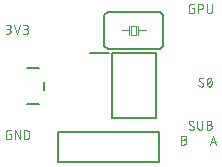
<source format=gbr>
G04 EAGLE Gerber RS-274X export*
G75*
%MOMM*%
%FSLAX34Y34*%
%LPD*%
%INSilkscreen Top*%
%IPPOS*%
%AMOC8*
5,1,8,0,0,1.08239X$1,22.5*%
G01*
%ADD10C,0.050800*%
%ADD11C,0.203200*%
%ADD12C,0.127000*%
%ADD13C,0.063500*%
%ADD14C,0.152400*%


D10*
X6504Y113376D02*
X8621Y113376D01*
X8712Y113378D01*
X8803Y113384D01*
X8894Y113394D01*
X8984Y113407D01*
X9073Y113425D01*
X9162Y113446D01*
X9249Y113471D01*
X9336Y113500D01*
X9421Y113533D01*
X9504Y113569D01*
X9586Y113609D01*
X9666Y113652D01*
X9745Y113699D01*
X9821Y113749D01*
X9895Y113802D01*
X9966Y113858D01*
X10035Y113918D01*
X10102Y113980D01*
X10165Y114045D01*
X10226Y114113D01*
X10284Y114183D01*
X10339Y114256D01*
X10391Y114331D01*
X10439Y114408D01*
X10484Y114488D01*
X10526Y114569D01*
X10564Y114651D01*
X10598Y114736D01*
X10629Y114822D01*
X10656Y114909D01*
X10679Y114997D01*
X10698Y115086D01*
X10714Y115175D01*
X10726Y115266D01*
X10734Y115356D01*
X10738Y115447D01*
X10738Y115539D01*
X10734Y115630D01*
X10726Y115720D01*
X10714Y115811D01*
X10698Y115900D01*
X10679Y115989D01*
X10656Y116077D01*
X10629Y116164D01*
X10598Y116250D01*
X10564Y116335D01*
X10526Y116417D01*
X10484Y116498D01*
X10439Y116578D01*
X10391Y116655D01*
X10339Y116730D01*
X10284Y116803D01*
X10226Y116873D01*
X10165Y116941D01*
X10102Y117006D01*
X10035Y117068D01*
X9966Y117128D01*
X9895Y117184D01*
X9821Y117237D01*
X9745Y117287D01*
X9666Y117334D01*
X9586Y117377D01*
X9504Y117417D01*
X9421Y117453D01*
X9336Y117486D01*
X9249Y117515D01*
X9162Y117540D01*
X9073Y117561D01*
X8984Y117579D01*
X8894Y117592D01*
X8803Y117602D01*
X8712Y117608D01*
X8621Y117610D01*
X9044Y120996D02*
X6504Y120996D01*
X9044Y120996D02*
X9125Y120994D01*
X9205Y120988D01*
X9285Y120979D01*
X9364Y120965D01*
X9443Y120948D01*
X9521Y120927D01*
X9598Y120903D01*
X9673Y120875D01*
X9747Y120843D01*
X9820Y120808D01*
X9890Y120769D01*
X9959Y120727D01*
X10026Y120682D01*
X10091Y120634D01*
X10153Y120582D01*
X10212Y120528D01*
X10269Y120471D01*
X10323Y120412D01*
X10375Y120350D01*
X10423Y120285D01*
X10468Y120218D01*
X10510Y120150D01*
X10549Y120079D01*
X10584Y120006D01*
X10616Y119932D01*
X10644Y119857D01*
X10668Y119780D01*
X10689Y119702D01*
X10706Y119623D01*
X10720Y119544D01*
X10729Y119464D01*
X10735Y119384D01*
X10737Y119303D01*
X10735Y119222D01*
X10729Y119142D01*
X10720Y119062D01*
X10706Y118983D01*
X10689Y118904D01*
X10668Y118826D01*
X10644Y118749D01*
X10616Y118674D01*
X10584Y118600D01*
X10549Y118527D01*
X10510Y118457D01*
X10468Y118388D01*
X10423Y118321D01*
X10375Y118256D01*
X10323Y118194D01*
X10269Y118135D01*
X10212Y118078D01*
X10153Y118024D01*
X10091Y117972D01*
X10026Y117924D01*
X9959Y117879D01*
X9891Y117837D01*
X9820Y117798D01*
X9747Y117763D01*
X9673Y117731D01*
X9598Y117703D01*
X9521Y117679D01*
X9443Y117658D01*
X9364Y117641D01*
X9285Y117627D01*
X9205Y117618D01*
X9125Y117612D01*
X9044Y117610D01*
X9044Y117609D02*
X7351Y117609D01*
X13396Y120996D02*
X15936Y113376D01*
X18476Y120996D01*
X21134Y113376D02*
X23251Y113376D01*
X23342Y113378D01*
X23433Y113384D01*
X23524Y113394D01*
X23614Y113407D01*
X23703Y113425D01*
X23792Y113446D01*
X23879Y113471D01*
X23966Y113500D01*
X24051Y113533D01*
X24134Y113569D01*
X24216Y113609D01*
X24296Y113652D01*
X24375Y113699D01*
X24451Y113749D01*
X24525Y113802D01*
X24596Y113858D01*
X24665Y113918D01*
X24732Y113980D01*
X24795Y114045D01*
X24856Y114113D01*
X24914Y114183D01*
X24969Y114256D01*
X25021Y114331D01*
X25069Y114408D01*
X25114Y114488D01*
X25156Y114569D01*
X25194Y114651D01*
X25228Y114736D01*
X25259Y114822D01*
X25286Y114909D01*
X25309Y114997D01*
X25328Y115086D01*
X25344Y115175D01*
X25356Y115266D01*
X25364Y115356D01*
X25368Y115447D01*
X25368Y115539D01*
X25364Y115630D01*
X25356Y115720D01*
X25344Y115811D01*
X25328Y115900D01*
X25309Y115989D01*
X25286Y116077D01*
X25259Y116164D01*
X25228Y116250D01*
X25194Y116335D01*
X25156Y116417D01*
X25114Y116498D01*
X25069Y116578D01*
X25021Y116655D01*
X24969Y116730D01*
X24914Y116803D01*
X24856Y116873D01*
X24795Y116941D01*
X24732Y117006D01*
X24665Y117068D01*
X24596Y117128D01*
X24525Y117184D01*
X24451Y117237D01*
X24375Y117287D01*
X24296Y117334D01*
X24216Y117377D01*
X24134Y117417D01*
X24051Y117453D01*
X23966Y117486D01*
X23879Y117515D01*
X23792Y117540D01*
X23703Y117561D01*
X23614Y117579D01*
X23524Y117592D01*
X23433Y117602D01*
X23342Y117608D01*
X23251Y117610D01*
X23674Y120996D02*
X21134Y120996D01*
X23674Y120996D02*
X23755Y120994D01*
X23835Y120988D01*
X23915Y120979D01*
X23994Y120965D01*
X24073Y120948D01*
X24151Y120927D01*
X24228Y120903D01*
X24303Y120875D01*
X24377Y120843D01*
X24450Y120808D01*
X24520Y120769D01*
X24589Y120727D01*
X24656Y120682D01*
X24721Y120634D01*
X24783Y120582D01*
X24842Y120528D01*
X24899Y120471D01*
X24953Y120412D01*
X25005Y120350D01*
X25053Y120285D01*
X25098Y120218D01*
X25140Y120150D01*
X25179Y120079D01*
X25214Y120006D01*
X25246Y119932D01*
X25274Y119857D01*
X25298Y119780D01*
X25319Y119702D01*
X25336Y119623D01*
X25350Y119544D01*
X25359Y119464D01*
X25365Y119384D01*
X25367Y119303D01*
X25365Y119222D01*
X25359Y119142D01*
X25350Y119062D01*
X25336Y118983D01*
X25319Y118904D01*
X25298Y118826D01*
X25274Y118749D01*
X25246Y118674D01*
X25214Y118600D01*
X25179Y118527D01*
X25140Y118457D01*
X25098Y118388D01*
X25053Y118321D01*
X25005Y118256D01*
X24953Y118194D01*
X24899Y118135D01*
X24842Y118078D01*
X24783Y118024D01*
X24721Y117972D01*
X24656Y117924D01*
X24589Y117879D01*
X24521Y117837D01*
X24450Y117798D01*
X24377Y117763D01*
X24303Y117731D01*
X24228Y117703D01*
X24151Y117679D01*
X24073Y117658D01*
X23994Y117641D01*
X23915Y117627D01*
X23835Y117618D01*
X23755Y117612D01*
X23674Y117610D01*
X23674Y117609D02*
X21981Y117609D01*
X10737Y28237D02*
X9467Y28237D01*
X10737Y28237D02*
X10737Y24004D01*
X8197Y24004D01*
X8116Y24006D01*
X8036Y24012D01*
X7956Y24021D01*
X7877Y24035D01*
X7798Y24052D01*
X7720Y24073D01*
X7643Y24097D01*
X7568Y24125D01*
X7494Y24157D01*
X7421Y24192D01*
X7350Y24231D01*
X7282Y24273D01*
X7215Y24318D01*
X7150Y24366D01*
X7088Y24418D01*
X7029Y24472D01*
X6972Y24529D01*
X6918Y24588D01*
X6866Y24650D01*
X6818Y24715D01*
X6773Y24782D01*
X6731Y24851D01*
X6692Y24921D01*
X6657Y24994D01*
X6625Y25068D01*
X6597Y25143D01*
X6573Y25220D01*
X6552Y25298D01*
X6535Y25377D01*
X6521Y25456D01*
X6512Y25536D01*
X6506Y25616D01*
X6504Y25697D01*
X6504Y29931D01*
X6506Y30012D01*
X6512Y30092D01*
X6521Y30172D01*
X6535Y30251D01*
X6552Y30330D01*
X6573Y30408D01*
X6597Y30485D01*
X6625Y30560D01*
X6657Y30634D01*
X6692Y30707D01*
X6731Y30777D01*
X6773Y30846D01*
X6818Y30913D01*
X6866Y30978D01*
X6918Y31040D01*
X6972Y31099D01*
X7029Y31156D01*
X7088Y31210D01*
X7150Y31262D01*
X7215Y31310D01*
X7282Y31355D01*
X7350Y31397D01*
X7421Y31436D01*
X7494Y31471D01*
X7568Y31503D01*
X7643Y31531D01*
X7720Y31555D01*
X7798Y31576D01*
X7877Y31593D01*
X7956Y31607D01*
X8036Y31616D01*
X8116Y31622D01*
X8197Y31624D01*
X10737Y31624D01*
X14307Y31624D02*
X14307Y24004D01*
X18540Y24004D02*
X14307Y31624D01*
X18540Y31624D02*
X18540Y24004D01*
X22110Y24004D02*
X22110Y31624D01*
X24226Y31624D01*
X24316Y31622D01*
X24406Y31616D01*
X24495Y31607D01*
X24584Y31594D01*
X24672Y31576D01*
X24759Y31556D01*
X24846Y31531D01*
X24931Y31503D01*
X25015Y31471D01*
X25098Y31436D01*
X25179Y31397D01*
X25258Y31355D01*
X25336Y31310D01*
X25411Y31261D01*
X25485Y31209D01*
X25556Y31154D01*
X25625Y31096D01*
X25691Y31035D01*
X25754Y30972D01*
X25815Y30906D01*
X25873Y30837D01*
X25928Y30766D01*
X25980Y30692D01*
X26029Y30617D01*
X26074Y30539D01*
X26116Y30460D01*
X26155Y30379D01*
X26190Y30296D01*
X26222Y30212D01*
X26250Y30127D01*
X26275Y30040D01*
X26295Y29953D01*
X26313Y29865D01*
X26326Y29776D01*
X26335Y29687D01*
X26341Y29597D01*
X26343Y29507D01*
X26343Y26121D01*
X26341Y26031D01*
X26335Y25941D01*
X26326Y25852D01*
X26313Y25763D01*
X26295Y25675D01*
X26275Y25588D01*
X26250Y25501D01*
X26222Y25416D01*
X26190Y25332D01*
X26155Y25249D01*
X26116Y25168D01*
X26074Y25089D01*
X26029Y25011D01*
X25980Y24936D01*
X25928Y24862D01*
X25873Y24791D01*
X25815Y24722D01*
X25754Y24656D01*
X25691Y24593D01*
X25625Y24532D01*
X25556Y24474D01*
X25485Y24419D01*
X25411Y24367D01*
X25336Y24318D01*
X25258Y24273D01*
X25179Y24231D01*
X25098Y24192D01*
X25015Y24157D01*
X24931Y24125D01*
X24846Y24097D01*
X24759Y24072D01*
X24672Y24052D01*
X24584Y24034D01*
X24495Y24021D01*
X24406Y24012D01*
X24316Y24006D01*
X24226Y24004D01*
X22110Y24004D01*
X172231Y68690D02*
X172312Y68692D01*
X172392Y68698D01*
X172472Y68707D01*
X172551Y68721D01*
X172630Y68738D01*
X172708Y68759D01*
X172785Y68783D01*
X172860Y68811D01*
X172934Y68843D01*
X173007Y68878D01*
X173078Y68917D01*
X173146Y68959D01*
X173213Y69004D01*
X173278Y69052D01*
X173340Y69104D01*
X173399Y69158D01*
X173456Y69215D01*
X173510Y69274D01*
X173562Y69336D01*
X173610Y69401D01*
X173655Y69468D01*
X173697Y69537D01*
X173736Y69607D01*
X173771Y69680D01*
X173803Y69754D01*
X173831Y69829D01*
X173855Y69906D01*
X173876Y69984D01*
X173893Y70063D01*
X173907Y70142D01*
X173916Y70222D01*
X173922Y70302D01*
X173924Y70383D01*
X172231Y68690D02*
X172113Y68692D01*
X171996Y68698D01*
X171879Y68707D01*
X171762Y68721D01*
X171645Y68738D01*
X171530Y68759D01*
X171415Y68784D01*
X171300Y68813D01*
X171187Y68846D01*
X171075Y68882D01*
X170965Y68922D01*
X170855Y68965D01*
X170747Y69012D01*
X170641Y69063D01*
X170537Y69117D01*
X170434Y69174D01*
X170333Y69235D01*
X170234Y69299D01*
X170138Y69366D01*
X170044Y69437D01*
X169952Y69510D01*
X169862Y69587D01*
X169775Y69666D01*
X169691Y69748D01*
X169903Y74617D02*
X169905Y74698D01*
X169911Y74778D01*
X169920Y74858D01*
X169934Y74937D01*
X169951Y75016D01*
X169972Y75094D01*
X169996Y75171D01*
X170024Y75246D01*
X170056Y75320D01*
X170091Y75393D01*
X170130Y75464D01*
X170172Y75532D01*
X170217Y75599D01*
X170265Y75664D01*
X170317Y75726D01*
X170371Y75785D01*
X170428Y75842D01*
X170487Y75896D01*
X170549Y75948D01*
X170614Y75996D01*
X170681Y76041D01*
X170750Y76083D01*
X170820Y76122D01*
X170893Y76157D01*
X170967Y76189D01*
X171042Y76217D01*
X171119Y76241D01*
X171197Y76262D01*
X171276Y76279D01*
X171355Y76293D01*
X171435Y76302D01*
X171515Y76308D01*
X171596Y76310D01*
X171704Y76308D01*
X171811Y76303D01*
X171918Y76294D01*
X172025Y76281D01*
X172131Y76265D01*
X172237Y76245D01*
X172342Y76221D01*
X172446Y76194D01*
X172549Y76164D01*
X172651Y76130D01*
X172752Y76092D01*
X172851Y76051D01*
X172949Y76007D01*
X173046Y75960D01*
X173140Y75909D01*
X173234Y75855D01*
X173325Y75798D01*
X173414Y75738D01*
X173501Y75675D01*
X170750Y73135D02*
X170681Y73178D01*
X170614Y73224D01*
X170549Y73273D01*
X170487Y73325D01*
X170428Y73380D01*
X170371Y73438D01*
X170316Y73499D01*
X170265Y73561D01*
X170217Y73627D01*
X170172Y73694D01*
X170130Y73764D01*
X170091Y73835D01*
X170056Y73908D01*
X170024Y73983D01*
X169996Y74059D01*
X169971Y74136D01*
X169951Y74215D01*
X169934Y74294D01*
X169920Y74374D01*
X169911Y74455D01*
X169905Y74536D01*
X169903Y74617D01*
X173078Y71865D02*
X173147Y71822D01*
X173214Y71776D01*
X173279Y71727D01*
X173341Y71675D01*
X173400Y71620D01*
X173458Y71562D01*
X173512Y71501D01*
X173563Y71439D01*
X173611Y71373D01*
X173656Y71306D01*
X173698Y71236D01*
X173737Y71165D01*
X173772Y71092D01*
X173804Y71017D01*
X173832Y70941D01*
X173857Y70864D01*
X173877Y70785D01*
X173894Y70706D01*
X173908Y70626D01*
X173917Y70545D01*
X173923Y70464D01*
X173925Y70383D01*
X173078Y71865D02*
X170750Y73135D01*
X176763Y72500D02*
X176765Y72658D01*
X176771Y72816D01*
X176781Y72974D01*
X176795Y73132D01*
X176813Y73289D01*
X176835Y73446D01*
X176860Y73602D01*
X176890Y73757D01*
X176924Y73912D01*
X176961Y74066D01*
X177003Y74218D01*
X177048Y74370D01*
X177097Y74520D01*
X177150Y74670D01*
X177206Y74817D01*
X177267Y74964D01*
X177330Y75108D01*
X177398Y75252D01*
X177425Y75325D01*
X177455Y75396D01*
X177489Y75466D01*
X177527Y75534D01*
X177568Y75600D01*
X177612Y75664D01*
X177659Y75726D01*
X177709Y75785D01*
X177762Y75842D01*
X177818Y75896D01*
X177877Y75947D01*
X177937Y75995D01*
X178001Y76040D01*
X178066Y76082D01*
X178133Y76121D01*
X178203Y76156D01*
X178274Y76188D01*
X178346Y76216D01*
X178420Y76241D01*
X178494Y76262D01*
X178570Y76279D01*
X178647Y76293D01*
X178724Y76302D01*
X178801Y76308D01*
X178879Y76310D01*
X178957Y76308D01*
X179034Y76302D01*
X179111Y76293D01*
X179188Y76279D01*
X179264Y76262D01*
X179338Y76241D01*
X179412Y76216D01*
X179484Y76188D01*
X179555Y76156D01*
X179625Y76121D01*
X179692Y76082D01*
X179757Y76040D01*
X179821Y75995D01*
X179881Y75947D01*
X179940Y75896D01*
X179996Y75842D01*
X180049Y75785D01*
X180099Y75726D01*
X180146Y75664D01*
X180190Y75600D01*
X180231Y75534D01*
X180269Y75466D01*
X180303Y75396D01*
X180333Y75325D01*
X180360Y75252D01*
X180361Y75252D02*
X180429Y75108D01*
X180492Y74964D01*
X180553Y74817D01*
X180609Y74670D01*
X180662Y74520D01*
X180711Y74370D01*
X180756Y74218D01*
X180798Y74066D01*
X180835Y73912D01*
X180869Y73757D01*
X180899Y73602D01*
X180924Y73446D01*
X180946Y73289D01*
X180964Y73132D01*
X180978Y72974D01*
X180988Y72816D01*
X180994Y72658D01*
X180996Y72500D01*
X176762Y72500D02*
X176764Y72342D01*
X176770Y72184D01*
X176780Y72026D01*
X176794Y71868D01*
X176812Y71711D01*
X176834Y71554D01*
X176859Y71398D01*
X176889Y71243D01*
X176923Y71088D01*
X176960Y70934D01*
X177002Y70781D01*
X177047Y70630D01*
X177096Y70479D01*
X177149Y70330D01*
X177205Y70182D01*
X177266Y70036D01*
X177330Y69891D01*
X177397Y69748D01*
X177398Y69748D02*
X177425Y69675D01*
X177455Y69604D01*
X177489Y69534D01*
X177527Y69466D01*
X177568Y69400D01*
X177612Y69336D01*
X177659Y69274D01*
X177709Y69215D01*
X177762Y69158D01*
X177818Y69104D01*
X177877Y69053D01*
X177937Y69005D01*
X178001Y68959D01*
X178066Y68918D01*
X178133Y68879D01*
X178203Y68844D01*
X178274Y68812D01*
X178346Y68784D01*
X178420Y68759D01*
X178494Y68738D01*
X178570Y68721D01*
X178647Y68707D01*
X178724Y68698D01*
X178801Y68692D01*
X178879Y68690D01*
X180361Y69748D02*
X180428Y69891D01*
X180492Y70036D01*
X180553Y70182D01*
X180609Y70330D01*
X180662Y70479D01*
X180711Y70630D01*
X180756Y70781D01*
X180798Y70934D01*
X180835Y71088D01*
X180869Y71243D01*
X180899Y71398D01*
X180924Y71554D01*
X180946Y71711D01*
X180964Y71868D01*
X180978Y72026D01*
X180988Y72184D01*
X180994Y72342D01*
X180996Y72500D01*
X180360Y69748D02*
X180333Y69675D01*
X180303Y69604D01*
X180269Y69534D01*
X180231Y69466D01*
X180190Y69400D01*
X180146Y69336D01*
X180099Y69274D01*
X180049Y69215D01*
X179996Y69158D01*
X179940Y69104D01*
X179881Y69053D01*
X179821Y69005D01*
X179757Y68960D01*
X179692Y68918D01*
X179625Y68879D01*
X179555Y68844D01*
X179484Y68812D01*
X179412Y68784D01*
X179338Y68759D01*
X179264Y68738D01*
X179188Y68721D01*
X179111Y68707D01*
X179034Y68698D01*
X178957Y68692D01*
X178879Y68690D01*
X177186Y70383D02*
X180573Y74617D01*
X165781Y33819D02*
X165779Y33738D01*
X165773Y33658D01*
X165764Y33578D01*
X165750Y33499D01*
X165733Y33420D01*
X165712Y33342D01*
X165688Y33265D01*
X165660Y33190D01*
X165628Y33116D01*
X165593Y33043D01*
X165554Y32973D01*
X165512Y32904D01*
X165467Y32837D01*
X165419Y32772D01*
X165367Y32710D01*
X165313Y32651D01*
X165256Y32594D01*
X165197Y32540D01*
X165135Y32488D01*
X165070Y32440D01*
X165003Y32395D01*
X164935Y32353D01*
X164864Y32314D01*
X164791Y32279D01*
X164717Y32247D01*
X164642Y32219D01*
X164565Y32195D01*
X164487Y32174D01*
X164408Y32157D01*
X164329Y32143D01*
X164249Y32134D01*
X164169Y32128D01*
X164088Y32126D01*
X163970Y32128D01*
X163853Y32134D01*
X163736Y32143D01*
X163619Y32157D01*
X163502Y32174D01*
X163387Y32195D01*
X163272Y32220D01*
X163157Y32249D01*
X163044Y32282D01*
X162932Y32318D01*
X162822Y32358D01*
X162712Y32401D01*
X162604Y32448D01*
X162498Y32499D01*
X162394Y32553D01*
X162291Y32610D01*
X162190Y32671D01*
X162091Y32735D01*
X161995Y32802D01*
X161901Y32873D01*
X161809Y32946D01*
X161719Y33023D01*
X161632Y33102D01*
X161548Y33184D01*
X161760Y38053D02*
X161762Y38134D01*
X161768Y38214D01*
X161777Y38294D01*
X161791Y38373D01*
X161808Y38452D01*
X161829Y38530D01*
X161853Y38607D01*
X161881Y38682D01*
X161913Y38756D01*
X161948Y38829D01*
X161987Y38900D01*
X162029Y38968D01*
X162074Y39035D01*
X162122Y39100D01*
X162174Y39162D01*
X162228Y39221D01*
X162285Y39278D01*
X162344Y39332D01*
X162406Y39384D01*
X162471Y39432D01*
X162538Y39477D01*
X162607Y39519D01*
X162677Y39558D01*
X162750Y39593D01*
X162824Y39625D01*
X162899Y39653D01*
X162976Y39677D01*
X163054Y39698D01*
X163133Y39715D01*
X163212Y39729D01*
X163292Y39738D01*
X163372Y39744D01*
X163453Y39746D01*
X163561Y39744D01*
X163668Y39739D01*
X163775Y39730D01*
X163882Y39717D01*
X163988Y39701D01*
X164094Y39681D01*
X164199Y39657D01*
X164303Y39630D01*
X164406Y39600D01*
X164508Y39566D01*
X164609Y39528D01*
X164708Y39487D01*
X164806Y39443D01*
X164903Y39396D01*
X164997Y39345D01*
X165091Y39291D01*
X165182Y39234D01*
X165271Y39174D01*
X165358Y39111D01*
X162607Y36571D02*
X162538Y36614D01*
X162471Y36660D01*
X162406Y36709D01*
X162344Y36761D01*
X162285Y36816D01*
X162228Y36874D01*
X162173Y36935D01*
X162122Y36997D01*
X162074Y37063D01*
X162029Y37130D01*
X161987Y37200D01*
X161948Y37271D01*
X161913Y37344D01*
X161881Y37419D01*
X161853Y37495D01*
X161828Y37572D01*
X161808Y37651D01*
X161791Y37730D01*
X161777Y37810D01*
X161768Y37891D01*
X161762Y37972D01*
X161760Y38053D01*
X164935Y35301D02*
X165004Y35258D01*
X165071Y35212D01*
X165136Y35163D01*
X165198Y35111D01*
X165257Y35056D01*
X165315Y34998D01*
X165369Y34937D01*
X165420Y34875D01*
X165468Y34809D01*
X165513Y34742D01*
X165555Y34672D01*
X165594Y34601D01*
X165629Y34528D01*
X165661Y34453D01*
X165689Y34377D01*
X165714Y34300D01*
X165734Y34221D01*
X165751Y34142D01*
X165765Y34062D01*
X165774Y33981D01*
X165780Y33900D01*
X165782Y33819D01*
X164935Y35301D02*
X162606Y36571D01*
X168863Y34243D02*
X168863Y39746D01*
X168863Y34243D02*
X168865Y34152D01*
X168871Y34061D01*
X168881Y33970D01*
X168894Y33880D01*
X168912Y33791D01*
X168933Y33702D01*
X168958Y33615D01*
X168987Y33528D01*
X169020Y33443D01*
X169056Y33360D01*
X169096Y33278D01*
X169139Y33198D01*
X169186Y33119D01*
X169236Y33043D01*
X169289Y32969D01*
X169345Y32898D01*
X169405Y32829D01*
X169467Y32762D01*
X169532Y32699D01*
X169600Y32638D01*
X169670Y32580D01*
X169743Y32525D01*
X169818Y32473D01*
X169895Y32425D01*
X169975Y32380D01*
X170056Y32338D01*
X170138Y32300D01*
X170223Y32266D01*
X170309Y32235D01*
X170396Y32208D01*
X170484Y32185D01*
X170573Y32166D01*
X170662Y32150D01*
X170753Y32138D01*
X170843Y32130D01*
X170934Y32126D01*
X171026Y32126D01*
X171117Y32130D01*
X171207Y32138D01*
X171298Y32150D01*
X171387Y32166D01*
X171476Y32185D01*
X171564Y32208D01*
X171651Y32235D01*
X171737Y32266D01*
X171822Y32300D01*
X171904Y32338D01*
X171985Y32380D01*
X172065Y32425D01*
X172142Y32473D01*
X172217Y32525D01*
X172290Y32580D01*
X172360Y32638D01*
X172428Y32699D01*
X172493Y32762D01*
X172555Y32829D01*
X172615Y32898D01*
X172671Y32969D01*
X172724Y33043D01*
X172774Y33119D01*
X172821Y33198D01*
X172864Y33278D01*
X172904Y33360D01*
X172940Y33443D01*
X172973Y33528D01*
X173002Y33615D01*
X173027Y33702D01*
X173048Y33791D01*
X173066Y33880D01*
X173079Y33970D01*
X173089Y34061D01*
X173095Y34152D01*
X173097Y34243D01*
X173097Y39746D01*
X176763Y36359D02*
X178879Y36359D01*
X178879Y36360D02*
X178970Y36358D01*
X179061Y36352D01*
X179152Y36342D01*
X179242Y36329D01*
X179331Y36311D01*
X179420Y36290D01*
X179507Y36265D01*
X179594Y36236D01*
X179679Y36203D01*
X179762Y36167D01*
X179844Y36127D01*
X179924Y36084D01*
X180003Y36037D01*
X180079Y35987D01*
X180153Y35934D01*
X180224Y35878D01*
X180293Y35818D01*
X180360Y35756D01*
X180423Y35691D01*
X180484Y35623D01*
X180542Y35553D01*
X180597Y35480D01*
X180649Y35405D01*
X180697Y35328D01*
X180742Y35248D01*
X180784Y35167D01*
X180822Y35085D01*
X180856Y35000D01*
X180887Y34914D01*
X180914Y34827D01*
X180937Y34739D01*
X180956Y34650D01*
X180972Y34561D01*
X180984Y34470D01*
X180992Y34380D01*
X180996Y34289D01*
X180996Y34197D01*
X180992Y34106D01*
X180984Y34016D01*
X180972Y33925D01*
X180956Y33836D01*
X180937Y33747D01*
X180914Y33659D01*
X180887Y33572D01*
X180856Y33486D01*
X180822Y33401D01*
X180784Y33319D01*
X180742Y33238D01*
X180697Y33158D01*
X180649Y33081D01*
X180597Y33006D01*
X180542Y32933D01*
X180484Y32863D01*
X180423Y32795D01*
X180360Y32730D01*
X180293Y32668D01*
X180224Y32608D01*
X180153Y32552D01*
X180079Y32499D01*
X180003Y32449D01*
X179924Y32402D01*
X179844Y32359D01*
X179762Y32319D01*
X179679Y32283D01*
X179594Y32250D01*
X179507Y32221D01*
X179420Y32196D01*
X179331Y32175D01*
X179242Y32157D01*
X179152Y32144D01*
X179061Y32134D01*
X178970Y32128D01*
X178879Y32126D01*
X176763Y32126D01*
X176763Y39746D01*
X178879Y39746D01*
X178960Y39744D01*
X179040Y39738D01*
X179120Y39729D01*
X179199Y39715D01*
X179278Y39698D01*
X179356Y39677D01*
X179433Y39653D01*
X179508Y39625D01*
X179582Y39593D01*
X179655Y39558D01*
X179725Y39519D01*
X179794Y39477D01*
X179861Y39432D01*
X179926Y39384D01*
X179988Y39332D01*
X180047Y39278D01*
X180104Y39221D01*
X180158Y39162D01*
X180210Y39100D01*
X180258Y39035D01*
X180303Y38968D01*
X180345Y38900D01*
X180384Y38829D01*
X180419Y38756D01*
X180451Y38682D01*
X180479Y38607D01*
X180503Y38530D01*
X180524Y38452D01*
X180541Y38373D01*
X180555Y38294D01*
X180564Y38214D01*
X180570Y38134D01*
X180572Y38053D01*
X180570Y37972D01*
X180564Y37892D01*
X180555Y37812D01*
X180541Y37733D01*
X180524Y37654D01*
X180503Y37576D01*
X180479Y37499D01*
X180451Y37424D01*
X180419Y37350D01*
X180384Y37277D01*
X180345Y37207D01*
X180303Y37138D01*
X180258Y37071D01*
X180210Y37006D01*
X180158Y36944D01*
X180104Y36885D01*
X180047Y36828D01*
X179988Y36774D01*
X179926Y36722D01*
X179861Y36674D01*
X179794Y36629D01*
X179726Y36587D01*
X179655Y36548D01*
X179582Y36513D01*
X179508Y36481D01*
X179433Y36453D01*
X179356Y36429D01*
X179278Y36408D01*
X179199Y36391D01*
X179120Y36377D01*
X179040Y36368D01*
X178960Y36362D01*
X178879Y36360D01*
X165878Y135109D02*
X164608Y135109D01*
X165878Y135109D02*
X165878Y130876D01*
X163338Y130876D01*
X163257Y130878D01*
X163177Y130884D01*
X163097Y130893D01*
X163018Y130907D01*
X162939Y130924D01*
X162861Y130945D01*
X162784Y130969D01*
X162709Y130997D01*
X162635Y131029D01*
X162562Y131064D01*
X162492Y131103D01*
X162423Y131145D01*
X162356Y131190D01*
X162291Y131238D01*
X162229Y131290D01*
X162170Y131344D01*
X162113Y131401D01*
X162059Y131460D01*
X162007Y131522D01*
X161959Y131587D01*
X161914Y131654D01*
X161872Y131723D01*
X161833Y131793D01*
X161798Y131866D01*
X161766Y131940D01*
X161738Y132015D01*
X161714Y132092D01*
X161693Y132170D01*
X161676Y132249D01*
X161662Y132328D01*
X161653Y132408D01*
X161647Y132488D01*
X161645Y132569D01*
X161645Y136803D01*
X161647Y136884D01*
X161653Y136964D01*
X161662Y137044D01*
X161676Y137123D01*
X161693Y137202D01*
X161714Y137280D01*
X161738Y137357D01*
X161766Y137432D01*
X161798Y137506D01*
X161833Y137579D01*
X161872Y137649D01*
X161914Y137718D01*
X161959Y137785D01*
X162007Y137850D01*
X162059Y137912D01*
X162113Y137971D01*
X162170Y138028D01*
X162229Y138082D01*
X162291Y138134D01*
X162356Y138182D01*
X162423Y138227D01*
X162491Y138269D01*
X162562Y138308D01*
X162635Y138343D01*
X162709Y138375D01*
X162784Y138403D01*
X162861Y138427D01*
X162939Y138448D01*
X163018Y138465D01*
X163097Y138479D01*
X163177Y138488D01*
X163257Y138494D01*
X163338Y138496D01*
X165878Y138496D01*
X169544Y138496D02*
X169544Y130876D01*
X169544Y138496D02*
X171661Y138496D01*
X171752Y138494D01*
X171843Y138488D01*
X171934Y138478D01*
X172024Y138465D01*
X172113Y138447D01*
X172202Y138426D01*
X172289Y138401D01*
X172376Y138372D01*
X172461Y138339D01*
X172544Y138303D01*
X172626Y138263D01*
X172706Y138220D01*
X172785Y138173D01*
X172861Y138123D01*
X172935Y138070D01*
X173006Y138014D01*
X173075Y137954D01*
X173142Y137892D01*
X173205Y137827D01*
X173266Y137759D01*
X173324Y137689D01*
X173379Y137616D01*
X173431Y137541D01*
X173479Y137464D01*
X173524Y137384D01*
X173566Y137303D01*
X173604Y137221D01*
X173638Y137136D01*
X173669Y137050D01*
X173696Y136963D01*
X173719Y136875D01*
X173738Y136786D01*
X173754Y136697D01*
X173766Y136606D01*
X173774Y136516D01*
X173778Y136425D01*
X173778Y136333D01*
X173774Y136242D01*
X173766Y136152D01*
X173754Y136061D01*
X173738Y135972D01*
X173719Y135883D01*
X173696Y135795D01*
X173669Y135708D01*
X173638Y135622D01*
X173604Y135537D01*
X173566Y135455D01*
X173524Y135374D01*
X173479Y135294D01*
X173431Y135217D01*
X173379Y135142D01*
X173324Y135069D01*
X173266Y134999D01*
X173205Y134931D01*
X173142Y134866D01*
X173075Y134804D01*
X173006Y134744D01*
X172935Y134688D01*
X172861Y134635D01*
X172785Y134585D01*
X172706Y134538D01*
X172626Y134495D01*
X172544Y134455D01*
X172461Y134419D01*
X172376Y134386D01*
X172289Y134357D01*
X172202Y134332D01*
X172113Y134311D01*
X172024Y134293D01*
X171934Y134280D01*
X171843Y134270D01*
X171752Y134264D01*
X171661Y134262D01*
X171661Y134263D02*
X169544Y134263D01*
X176763Y132993D02*
X176763Y138496D01*
X176762Y132993D02*
X176764Y132902D01*
X176770Y132811D01*
X176780Y132720D01*
X176793Y132630D01*
X176811Y132541D01*
X176832Y132452D01*
X176857Y132365D01*
X176886Y132278D01*
X176919Y132193D01*
X176955Y132110D01*
X176995Y132028D01*
X177038Y131948D01*
X177085Y131869D01*
X177135Y131793D01*
X177188Y131719D01*
X177244Y131648D01*
X177304Y131579D01*
X177366Y131512D01*
X177431Y131449D01*
X177499Y131388D01*
X177569Y131330D01*
X177642Y131275D01*
X177717Y131223D01*
X177794Y131175D01*
X177874Y131130D01*
X177955Y131088D01*
X178037Y131050D01*
X178122Y131016D01*
X178208Y130985D01*
X178295Y130958D01*
X178383Y130935D01*
X178472Y130916D01*
X178561Y130900D01*
X178652Y130888D01*
X178742Y130880D01*
X178833Y130876D01*
X178925Y130876D01*
X179016Y130880D01*
X179106Y130888D01*
X179197Y130900D01*
X179286Y130916D01*
X179375Y130935D01*
X179463Y130958D01*
X179550Y130985D01*
X179636Y131016D01*
X179721Y131050D01*
X179803Y131088D01*
X179884Y131130D01*
X179964Y131175D01*
X180041Y131223D01*
X180116Y131275D01*
X180189Y131330D01*
X180259Y131388D01*
X180327Y131449D01*
X180392Y131512D01*
X180454Y131579D01*
X180514Y131648D01*
X180570Y131719D01*
X180623Y131793D01*
X180673Y131869D01*
X180720Y131948D01*
X180763Y132028D01*
X180803Y132110D01*
X180839Y132193D01*
X180872Y132278D01*
X180901Y132365D01*
X180926Y132452D01*
X180947Y132541D01*
X180965Y132630D01*
X180978Y132720D01*
X180988Y132811D01*
X180994Y132902D01*
X180996Y132993D01*
X180996Y138496D01*
X157500Y23859D02*
X155383Y23859D01*
X157500Y23860D02*
X157591Y23858D01*
X157682Y23852D01*
X157773Y23842D01*
X157863Y23829D01*
X157952Y23811D01*
X158041Y23790D01*
X158128Y23765D01*
X158215Y23736D01*
X158300Y23703D01*
X158383Y23667D01*
X158465Y23627D01*
X158545Y23584D01*
X158624Y23537D01*
X158700Y23487D01*
X158774Y23434D01*
X158845Y23378D01*
X158914Y23318D01*
X158981Y23256D01*
X159044Y23191D01*
X159105Y23123D01*
X159163Y23053D01*
X159218Y22980D01*
X159270Y22905D01*
X159318Y22828D01*
X159363Y22748D01*
X159405Y22667D01*
X159443Y22585D01*
X159477Y22500D01*
X159508Y22414D01*
X159535Y22327D01*
X159558Y22239D01*
X159577Y22150D01*
X159593Y22061D01*
X159605Y21970D01*
X159613Y21880D01*
X159617Y21789D01*
X159617Y21697D01*
X159613Y21606D01*
X159605Y21516D01*
X159593Y21425D01*
X159577Y21336D01*
X159558Y21247D01*
X159535Y21159D01*
X159508Y21072D01*
X159477Y20986D01*
X159443Y20901D01*
X159405Y20819D01*
X159363Y20738D01*
X159318Y20658D01*
X159270Y20581D01*
X159218Y20506D01*
X159163Y20433D01*
X159105Y20363D01*
X159044Y20295D01*
X158981Y20230D01*
X158914Y20168D01*
X158845Y20108D01*
X158774Y20052D01*
X158700Y19999D01*
X158624Y19949D01*
X158545Y19902D01*
X158465Y19859D01*
X158383Y19819D01*
X158300Y19783D01*
X158215Y19750D01*
X158128Y19721D01*
X158041Y19696D01*
X157952Y19675D01*
X157863Y19657D01*
X157773Y19644D01*
X157682Y19634D01*
X157591Y19628D01*
X157500Y19626D01*
X155383Y19626D01*
X155383Y27246D01*
X157500Y27246D01*
X157581Y27244D01*
X157661Y27238D01*
X157741Y27229D01*
X157820Y27215D01*
X157899Y27198D01*
X157977Y27177D01*
X158054Y27153D01*
X158129Y27125D01*
X158203Y27093D01*
X158276Y27058D01*
X158346Y27019D01*
X158415Y26977D01*
X158482Y26932D01*
X158547Y26884D01*
X158609Y26832D01*
X158668Y26778D01*
X158725Y26721D01*
X158779Y26662D01*
X158831Y26600D01*
X158879Y26535D01*
X158924Y26468D01*
X158966Y26400D01*
X159005Y26329D01*
X159040Y26256D01*
X159072Y26182D01*
X159100Y26107D01*
X159124Y26030D01*
X159145Y25952D01*
X159162Y25873D01*
X159176Y25794D01*
X159185Y25714D01*
X159191Y25634D01*
X159193Y25553D01*
X159191Y25472D01*
X159185Y25392D01*
X159176Y25312D01*
X159162Y25233D01*
X159145Y25154D01*
X159124Y25076D01*
X159100Y24999D01*
X159072Y24924D01*
X159040Y24850D01*
X159005Y24777D01*
X158966Y24707D01*
X158924Y24638D01*
X158879Y24571D01*
X158831Y24506D01*
X158779Y24444D01*
X158725Y24385D01*
X158668Y24328D01*
X158609Y24274D01*
X158547Y24222D01*
X158482Y24174D01*
X158415Y24129D01*
X158347Y24087D01*
X158276Y24048D01*
X158203Y24013D01*
X158129Y23981D01*
X158054Y23953D01*
X157977Y23929D01*
X157899Y23908D01*
X157820Y23891D01*
X157741Y23877D01*
X157661Y23868D01*
X157581Y23862D01*
X157500Y23860D01*
X179960Y19626D02*
X182500Y27246D01*
X185040Y19626D01*
X184405Y21531D02*
X180595Y21531D01*
D11*
X136250Y30000D02*
X136250Y5000D01*
X51250Y5000D01*
X51250Y30000D01*
X136250Y30000D01*
D12*
X93900Y97540D02*
X78300Y97540D01*
X96250Y97500D02*
X96250Y42500D01*
X133750Y42500D01*
X133750Y97500D01*
X96250Y97500D01*
X90000Y129250D02*
X93000Y132250D01*
X137000Y132250D01*
X140000Y129250D01*
X140000Y103250D01*
X137000Y100250D01*
X93000Y100250D01*
X90000Y103250D01*
X90000Y129250D01*
D13*
X113000Y120250D02*
X117000Y120250D01*
X117000Y112250D01*
X113000Y112250D01*
X113000Y120250D01*
X111000Y120250D02*
X111000Y116250D01*
X111000Y112250D01*
X119000Y116250D02*
X119000Y120250D01*
X119000Y116250D02*
X119000Y112250D01*
X111000Y116250D02*
X105000Y116250D01*
X119000Y116250D02*
X125000Y116250D01*
D14*
X35080Y54010D02*
X24920Y54010D01*
X38636Y65948D02*
X38636Y72552D01*
X35080Y84490D02*
X33048Y84490D01*
X26952Y84490D01*
X24920Y84490D01*
M02*

</source>
